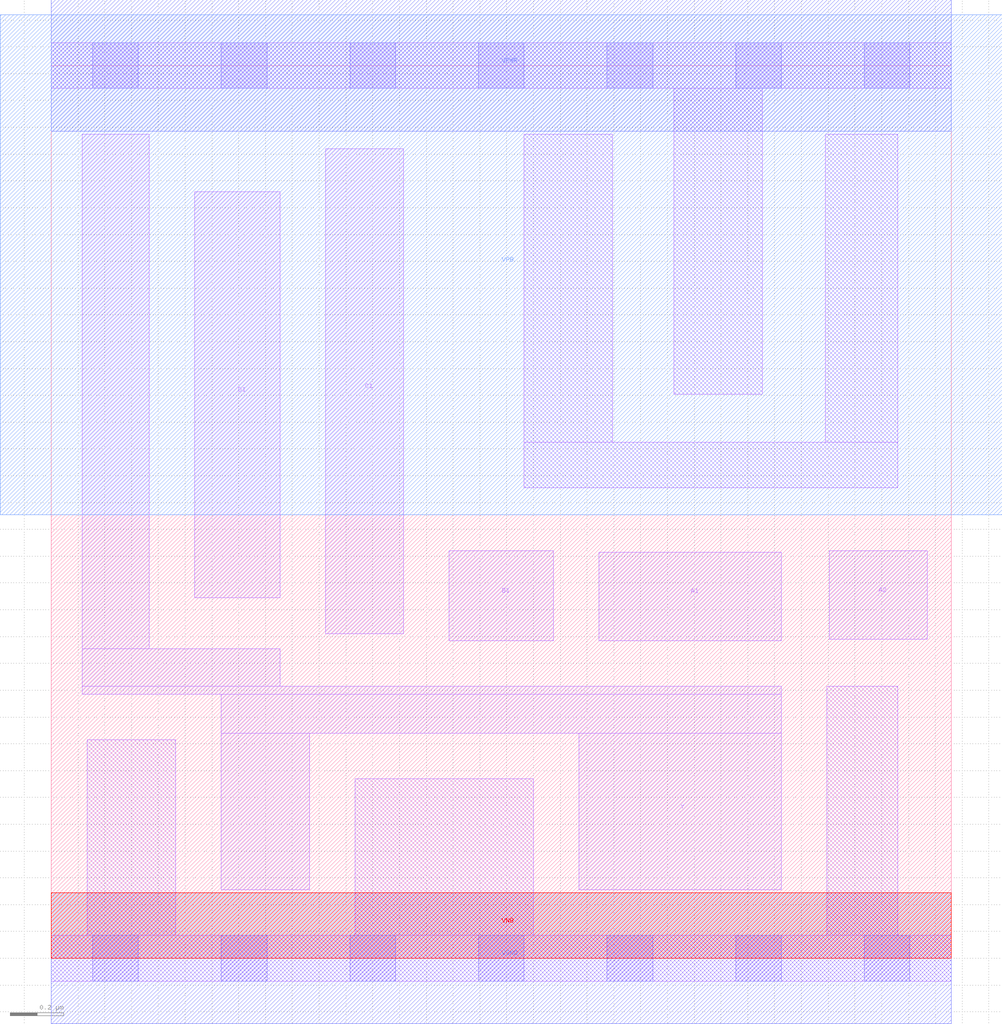
<source format=lef>
# Copyright 2020 The SkyWater PDK Authors
#
# Licensed under the Apache License, Version 2.0 (the "License");
# you may not use this file except in compliance with the License.
# You may obtain a copy of the License at
#
#     https://www.apache.org/licenses/LICENSE-2.0
#
# Unless required by applicable law or agreed to in writing, software
# distributed under the License is distributed on an "AS IS" BASIS,
# WITHOUT WARRANTIES OR CONDITIONS OF ANY KIND, either express or implied.
# See the License for the specific language governing permissions and
# limitations under the License.
#
# SPDX-License-Identifier: Apache-2.0

VERSION 5.7 ;
  NOWIREEXTENSIONATPIN ON ;
  DIVIDERCHAR "/" ;
  BUSBITCHARS "[]" ;
MACRO sky130_fd_sc_lp__a2111oi_1
  CLASS CORE ;
  FOREIGN sky130_fd_sc_lp__a2111oi_1 ;
  ORIGIN  0.000000  0.000000 ;
  SIZE  3.360000 BY  3.330000 ;
  SYMMETRY X Y R90 ;
  SITE unit ;
  PIN A1
    ANTENNAGATEAREA  0.315000 ;
    DIRECTION INPUT ;
    USE SIGNAL ;
    PORT
      LAYER li1 ;
        RECT 2.045000 1.185000 2.725000 1.515000 ;
    END
  END A1
  PIN A2
    ANTENNAGATEAREA  0.315000 ;
    DIRECTION INPUT ;
    USE SIGNAL ;
    PORT
      LAYER li1 ;
        RECT 2.905000 1.190000 3.270000 1.520000 ;
    END
  END A2
  PIN B1
    ANTENNAGATEAREA  0.315000 ;
    DIRECTION INPUT ;
    USE SIGNAL ;
    PORT
      LAYER li1 ;
        RECT 1.485000 1.185000 1.875000 1.520000 ;
    END
  END B1
  PIN C1
    ANTENNAGATEAREA  0.315000 ;
    DIRECTION INPUT ;
    USE SIGNAL ;
    PORT
      LAYER li1 ;
        RECT 1.025000 1.210000 1.315000 3.020000 ;
    END
  END C1
  PIN D1
    ANTENNAGATEAREA  0.315000 ;
    DIRECTION INPUT ;
    USE SIGNAL ;
    PORT
      LAYER li1 ;
        RECT 0.535000 1.345000 0.855000 2.860000 ;
    END
  END D1
  PIN Y
    ANTENNADIFFAREA  1.289400 ;
    DIRECTION OUTPUT ;
    USE SIGNAL ;
    PORT
      LAYER li1 ;
        RECT 0.115000 0.985000 2.725000 1.015000 ;
        RECT 0.115000 1.015000 0.855000 1.155000 ;
        RECT 0.115000 1.155000 0.365000 3.075000 ;
        RECT 0.635000 0.255000 0.965000 0.840000 ;
        RECT 0.635000 0.840000 2.725000 0.985000 ;
        RECT 1.970000 0.255000 2.725000 0.840000 ;
    END
  END Y
  PIN VGND
    DIRECTION INOUT ;
    USE GROUND ;
    PORT
      LAYER met1 ;
        RECT 0.000000 -0.245000 3.360000 0.245000 ;
    END
  END VGND
  PIN VNB
    DIRECTION INOUT ;
    USE GROUND ;
    PORT
      LAYER pwell ;
        RECT 0.000000 0.000000 3.360000 0.245000 ;
    END
  END VNB
  PIN VPB
    DIRECTION INOUT ;
    USE POWER ;
    PORT
      LAYER nwell ;
        RECT -0.190000 1.655000 3.550000 3.520000 ;
    END
  END VPB
  PIN VPWR
    DIRECTION INOUT ;
    USE POWER ;
    PORT
      LAYER met1 ;
        RECT 0.000000 3.085000 3.360000 3.575000 ;
    END
  END VPWR
  OBS
    LAYER li1 ;
      RECT 0.000000 -0.085000 3.360000 0.085000 ;
      RECT 0.000000  3.245000 3.360000 3.415000 ;
      RECT 0.135000  0.085000 0.465000 0.815000 ;
      RECT 1.135000  0.085000 1.800000 0.670000 ;
      RECT 1.765000  1.755000 3.160000 1.925000 ;
      RECT 1.765000  1.925000 2.095000 3.075000 ;
      RECT 2.325000  2.105000 2.655000 3.245000 ;
      RECT 2.890000  1.925000 3.160000 3.075000 ;
      RECT 2.895000  0.085000 3.160000 1.015000 ;
    LAYER mcon ;
      RECT 0.155000 -0.085000 0.325000 0.085000 ;
      RECT 0.155000  3.245000 0.325000 3.415000 ;
      RECT 0.635000 -0.085000 0.805000 0.085000 ;
      RECT 0.635000  3.245000 0.805000 3.415000 ;
      RECT 1.115000 -0.085000 1.285000 0.085000 ;
      RECT 1.115000  3.245000 1.285000 3.415000 ;
      RECT 1.595000 -0.085000 1.765000 0.085000 ;
      RECT 1.595000  3.245000 1.765000 3.415000 ;
      RECT 2.075000 -0.085000 2.245000 0.085000 ;
      RECT 2.075000  3.245000 2.245000 3.415000 ;
      RECT 2.555000 -0.085000 2.725000 0.085000 ;
      RECT 2.555000  3.245000 2.725000 3.415000 ;
      RECT 3.035000 -0.085000 3.205000 0.085000 ;
      RECT 3.035000  3.245000 3.205000 3.415000 ;
  END
END sky130_fd_sc_lp__a2111oi_1
END LIBRARY

</source>
